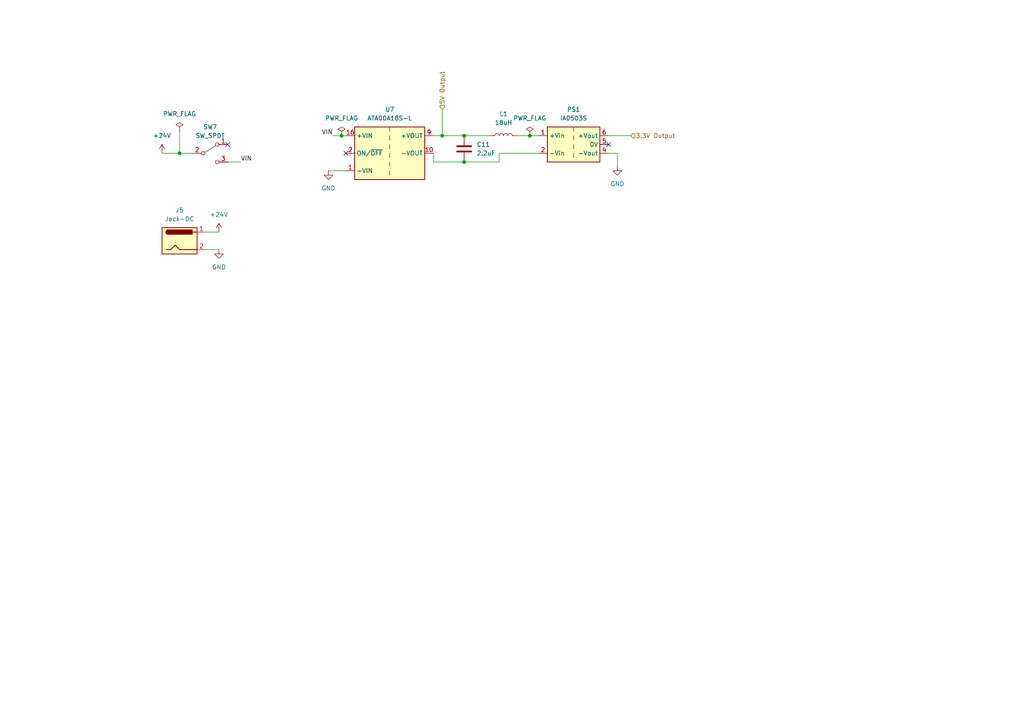
<source format=kicad_sch>
(kicad_sch (version 20211123) (generator eeschema)

  (uuid 5a8461ac-757d-4c57-923c-d8ce29e7ea2d)

  (paper "A4")

  (lib_symbols
    (symbol "+24V_1" (power) (pin_names (offset 0)) (in_bom yes) (on_board yes)
      (property "Reference" "#PWR" (id 0) (at 0 -3.81 0)
        (effects (font (size 1.27 1.27)) hide)
      )
      (property "Value" "+24V_1" (id 1) (at 0 3.556 0)
        (effects (font (size 1.27 1.27)))
      )
      (property "Footprint" "" (id 2) (at 0 0 0)
        (effects (font (size 1.27 1.27)) hide)
      )
      (property "Datasheet" "" (id 3) (at 0 0 0)
        (effects (font (size 1.27 1.27)) hide)
      )
      (property "ki_keywords" "global power" (id 4) (at 0 0 0)
        (effects (font (size 1.27 1.27)) hide)
      )
      (property "ki_description" "Power symbol creates a global label with name \"+24V\"" (id 5) (at 0 0 0)
        (effects (font (size 1.27 1.27)) hide)
      )
      (symbol "+24V_1_0_1"
        (polyline
          (pts
            (xy -0.762 1.27)
            (xy 0 2.54)
          )
          (stroke (width 0) (type default) (color 0 0 0 0))
          (fill (type none))
        )
        (polyline
          (pts
            (xy 0 0)
            (xy 0 2.54)
          )
          (stroke (width 0) (type default) (color 0 0 0 0))
          (fill (type none))
        )
        (polyline
          (pts
            (xy 0 2.54)
            (xy 0.762 1.27)
          )
          (stroke (width 0) (type default) (color 0 0 0 0))
          (fill (type none))
        )
      )
      (symbol "+24V_1_1_1"
        (pin power_in line (at 0 0 90) (length 0) hide
          (name "+24V" (effects (font (size 1.27 1.27))))
          (number "1" (effects (font (size 1.27 1.27))))
        )
      )
    )
    (symbol "Connector:Jack-DC" (pin_names (offset 1.016)) (in_bom yes) (on_board yes)
      (property "Reference" "J" (id 0) (at 0 5.334 0)
        (effects (font (size 1.27 1.27)))
      )
      (property "Value" "Jack-DC" (id 1) (at 0 -5.08 0)
        (effects (font (size 1.27 1.27)))
      )
      (property "Footprint" "" (id 2) (at 1.27 -1.016 0)
        (effects (font (size 1.27 1.27)) hide)
      )
      (property "Datasheet" "~" (id 3) (at 1.27 -1.016 0)
        (effects (font (size 1.27 1.27)) hide)
      )
      (property "ki_keywords" "DC power barrel jack connector" (id 4) (at 0 0 0)
        (effects (font (size 1.27 1.27)) hide)
      )
      (property "ki_description" "DC Barrel Jack" (id 5) (at 0 0 0)
        (effects (font (size 1.27 1.27)) hide)
      )
      (property "ki_fp_filters" "BarrelJack*" (id 6) (at 0 0 0)
        (effects (font (size 1.27 1.27)) hide)
      )
      (symbol "Jack-DC_0_1"
        (rectangle (start -5.08 3.81) (end 5.08 -3.81)
          (stroke (width 0.254) (type default) (color 0 0 0 0))
          (fill (type background))
        )
        (arc (start -3.302 3.175) (mid -3.937 2.54) (end -3.302 1.905)
          (stroke (width 0.254) (type default) (color 0 0 0 0))
          (fill (type none))
        )
        (arc (start -3.302 3.175) (mid -3.937 2.54) (end -3.302 1.905)
          (stroke (width 0.254) (type default) (color 0 0 0 0))
          (fill (type outline))
        )
        (polyline
          (pts
            (xy 5.08 2.54)
            (xy 3.81 2.54)
          )
          (stroke (width 0.254) (type default) (color 0 0 0 0))
          (fill (type none))
        )
        (polyline
          (pts
            (xy -3.81 -2.54)
            (xy -2.54 -2.54)
            (xy -1.27 -1.27)
            (xy 0 -2.54)
            (xy 2.54 -2.54)
            (xy 5.08 -2.54)
          )
          (stroke (width 0.254) (type default) (color 0 0 0 0))
          (fill (type none))
        )
        (rectangle (start 3.683 3.175) (end -3.302 1.905)
          (stroke (width 0.254) (type default) (color 0 0 0 0))
          (fill (type outline))
        )
      )
      (symbol "Jack-DC_1_1"
        (pin passive line (at 7.62 2.54 180) (length 2.54)
          (name "~" (effects (font (size 1.27 1.27))))
          (number "1" (effects (font (size 1.27 1.27))))
        )
        (pin passive line (at 7.62 -2.54 180) (length 2.54)
          (name "~" (effects (font (size 1.27 1.27))))
          (number "2" (effects (font (size 1.27 1.27))))
        )
      )
    )
    (symbol "Converter_DCDC:ATA00A18S-L" (in_bom yes) (on_board yes)
      (property "Reference" "U" (id 0) (at 0 11.43 0)
        (effects (font (size 1.27 1.27)))
      )
      (property "Value" "ATA00A18S-L" (id 1) (at 0 8.89 0)
        (effects (font (size 1.27 1.27)))
      )
      (property "Footprint" "Converter_DCDC:Converter_DCDC_Artesyn_ATA_SMD" (id 2) (at 0 -8.89 0)
        (effects (font (size 1.27 1.27) italic) hide)
      )
      (property "Datasheet" "https://www.artesyn.com/power/assets/ata_series_ds_01apr2015_79c25814fd.pdf" (id 3) (at 0 -11.43 0)
        (effects (font (size 1.27 1.27)) hide)
      )
      (property "ki_keywords" "DC/DC converter single" (id 4) (at 0 0 0)
        (effects (font (size 1.27 1.27)) hide)
      )
      (property "ki_description" "Artesyn 3W Isolated DC/DC Converter Module, 5V Output Voltage, 9-36V Input Voltage" (id 5) (at 0 0 0)
        (effects (font (size 1.27 1.27)) hide)
      )
      (property "ki_fp_filters" "*Artesyn*ATA*SMD*" (id 6) (at 0 0 0)
        (effects (font (size 1.27 1.27)) hide)
      )
      (symbol "ATA00A18S-L_0_1"
        (rectangle (start -10.16 7.62) (end 10.16 -7.62)
          (stroke (width 0.254) (type default) (color 0 0 0 0))
          (fill (type background))
        )
        (polyline
          (pts
            (xy 0 -5.08)
            (xy 0 -6.35)
          )
          (stroke (width 0) (type default) (color 0 0 0 0))
          (fill (type none))
        )
        (polyline
          (pts
            (xy 0 -2.54)
            (xy 0 -3.81)
          )
          (stroke (width 0) (type default) (color 0 0 0 0))
          (fill (type none))
        )
        (polyline
          (pts
            (xy 0 0)
            (xy 0 -1.27)
          )
          (stroke (width 0) (type default) (color 0 0 0 0))
          (fill (type none))
        )
        (polyline
          (pts
            (xy 0 2.54)
            (xy 0 1.27)
          )
          (stroke (width 0) (type default) (color 0 0 0 0))
          (fill (type none))
        )
        (polyline
          (pts
            (xy 0 5.08)
            (xy 0 3.81)
          )
          (stroke (width 0) (type default) (color 0 0 0 0))
          (fill (type none))
        )
        (polyline
          (pts
            (xy 0 7.62)
            (xy 0 6.35)
          )
          (stroke (width 0) (type default) (color 0 0 0 0))
          (fill (type none))
        )
      )
      (symbol "ATA00A18S-L_1_1"
        (pin power_in line (at -12.7 -5.08 0) (length 2.54)
          (name "-VIN" (effects (font (size 1.27 1.27))))
          (number "1" (effects (font (size 1.27 1.27))))
        )
        (pin power_out line (at 12.7 0 180) (length 2.54)
          (name "-VOUT" (effects (font (size 1.27 1.27))))
          (number "10" (effects (font (size 1.27 1.27))))
        )
        (pin power_in line (at -12.7 5.08 0) (length 2.54)
          (name "+VIN" (effects (font (size 1.27 1.27))))
          (number "16" (effects (font (size 1.27 1.27))))
        )
        (pin input line (at -12.7 0 0) (length 2.54)
          (name "ON/~{OFF}" (effects (font (size 1.27 1.27))))
          (number "2" (effects (font (size 1.27 1.27))))
        )
        (pin no_connect line (at 10.16 -2.54 180) (length 2.54) hide
          (name "NC" (effects (font (size 1.27 1.27))))
          (number "7" (effects (font (size 1.27 1.27))))
        )
        (pin no_connect line (at 10.16 -5.08 180) (length 2.54) hide
          (name "NC" (effects (font (size 1.27 1.27))))
          (number "8" (effects (font (size 1.27 1.27))))
        )
        (pin power_out line (at 12.7 5.08 180) (length 2.54)
          (name "+VOUT" (effects (font (size 1.27 1.27))))
          (number "9" (effects (font (size 1.27 1.27))))
        )
      )
    )
    (symbol "Converter_DCDC:IA0503S" (in_bom yes) (on_board yes)
      (property "Reference" "PS" (id 0) (at -7.62 6.35 0)
        (effects (font (size 1.27 1.27)) (justify left))
      )
      (property "Value" "IA0503S" (id 1) (at 1.27 6.35 0)
        (effects (font (size 1.27 1.27)) (justify left))
      )
      (property "Footprint" "Converter_DCDC:Converter_DCDC_XP_POWER-IAxxxxS_THT" (id 2) (at -26.67 -6.35 0)
        (effects (font (size 1.27 1.27)) (justify left) hide)
      )
      (property "Datasheet" "https://www.xppower.com/pdfs/SF_IA.pdf" (id 3) (at 26.67 -7.62 0)
        (effects (font (size 1.27 1.27)) (justify left) hide)
      )
      (property "ki_keywords" "XP_POWER DC/DC isolated Converter module" (id 4) (at 0 0 0)
        (effects (font (size 1.27 1.27)) hide)
      )
      (property "ki_description" "XP Power 1W, 1000 VDC Isolated DC/DC Converter Module, Dual Output Voltage ±3.3V, ±151mA, 5V Input Voltage, SIP" (id 5) (at 0 0 0)
        (effects (font (size 1.27 1.27)) hide)
      )
      (property "ki_fp_filters" "*XP?POWER?IAxxxxS*" (id 6) (at 0 0 0)
        (effects (font (size 1.27 1.27)) hide)
      )
      (symbol "IA0503S_0_0"
        (pin power_in line (at -10.16 2.54 0) (length 2.54)
          (name "+Vin" (effects (font (size 1.27 1.27))))
          (number "1" (effects (font (size 1.27 1.27))))
        )
        (pin power_in line (at -10.16 -2.54 0) (length 2.54)
          (name "-Vin" (effects (font (size 1.27 1.27))))
          (number "2" (effects (font (size 1.27 1.27))))
        )
        (pin power_out line (at 10.16 -2.54 180) (length 2.54)
          (name "-Vout" (effects (font (size 1.27 1.27))))
          (number "4" (effects (font (size 1.27 1.27))))
        )
        (pin power_out line (at 10.16 0 180) (length 2.54)
          (name "0V" (effects (font (size 1.27 1.27))))
          (number "5" (effects (font (size 1.27 1.27))))
        )
        (pin power_out line (at 10.16 2.54 180) (length 2.54)
          (name "+Vout" (effects (font (size 1.27 1.27))))
          (number "6" (effects (font (size 1.27 1.27))))
        )
      )
      (symbol "IA0503S_0_1"
        (rectangle (start -7.62 5.08) (end 7.62 -5.08)
          (stroke (width 0.254) (type default) (color 0 0 0 0))
          (fill (type background))
        )
        (polyline
          (pts
            (xy 0 -2.54)
            (xy 0 -3.81)
          )
          (stroke (width 0) (type default) (color 0 0 0 0))
          (fill (type none))
        )
        (polyline
          (pts
            (xy 0 0)
            (xy 0 -1.27)
          )
          (stroke (width 0) (type default) (color 0 0 0 0))
          (fill (type none))
        )
        (polyline
          (pts
            (xy 0 2.54)
            (xy 0 1.27)
          )
          (stroke (width 0) (type default) (color 0 0 0 0))
          (fill (type none))
        )
        (polyline
          (pts
            (xy 0 5.08)
            (xy 0 3.81)
          )
          (stroke (width 0) (type default) (color 0 0 0 0))
          (fill (type none))
        )
      )
    )
    (symbol "Device:C" (pin_numbers hide) (pin_names (offset 0.254)) (in_bom yes) (on_board yes)
      (property "Reference" "C" (id 0) (at 0.635 2.54 0)
        (effects (font (size 1.27 1.27)) (justify left))
      )
      (property "Value" "C" (id 1) (at 0.635 -2.54 0)
        (effects (font (size 1.27 1.27)) (justify left))
      )
      (property "Footprint" "" (id 2) (at 0.9652 -3.81 0)
        (effects (font (size 1.27 1.27)) hide)
      )
      (property "Datasheet" "~" (id 3) (at 0 0 0)
        (effects (font (size 1.27 1.27)) hide)
      )
      (property "ki_keywords" "cap capacitor" (id 4) (at 0 0 0)
        (effects (font (size 1.27 1.27)) hide)
      )
      (property "ki_description" "Unpolarized capacitor" (id 5) (at 0 0 0)
        (effects (font (size 1.27 1.27)) hide)
      )
      (property "ki_fp_filters" "C_*" (id 6) (at 0 0 0)
        (effects (font (size 1.27 1.27)) hide)
      )
      (symbol "C_0_1"
        (polyline
          (pts
            (xy -2.032 -0.762)
            (xy 2.032 -0.762)
          )
          (stroke (width 0.508) (type default) (color 0 0 0 0))
          (fill (type none))
        )
        (polyline
          (pts
            (xy -2.032 0.762)
            (xy 2.032 0.762)
          )
          (stroke (width 0.508) (type default) (color 0 0 0 0))
          (fill (type none))
        )
      )
      (symbol "C_1_1"
        (pin passive line (at 0 3.81 270) (length 2.794)
          (name "~" (effects (font (size 1.27 1.27))))
          (number "1" (effects (font (size 1.27 1.27))))
        )
        (pin passive line (at 0 -3.81 90) (length 2.794)
          (name "~" (effects (font (size 1.27 1.27))))
          (number "2" (effects (font (size 1.27 1.27))))
        )
      )
    )
    (symbol "Device:L" (pin_numbers hide) (pin_names (offset 1.016) hide) (in_bom yes) (on_board yes)
      (property "Reference" "L" (id 0) (at -1.27 0 90)
        (effects (font (size 1.27 1.27)))
      )
      (property "Value" "L" (id 1) (at 1.905 0 90)
        (effects (font (size 1.27 1.27)))
      )
      (property "Footprint" "" (id 2) (at 0 0 0)
        (effects (font (size 1.27 1.27)) hide)
      )
      (property "Datasheet" "~" (id 3) (at 0 0 0)
        (effects (font (size 1.27 1.27)) hide)
      )
      (property "ki_keywords" "inductor choke coil reactor magnetic" (id 4) (at 0 0 0)
        (effects (font (size 1.27 1.27)) hide)
      )
      (property "ki_description" "Inductor" (id 5) (at 0 0 0)
        (effects (font (size 1.27 1.27)) hide)
      )
      (property "ki_fp_filters" "Choke_* *Coil* Inductor_* L_*" (id 6) (at 0 0 0)
        (effects (font (size 1.27 1.27)) hide)
      )
      (symbol "L_0_1"
        (arc (start 0 -2.54) (mid 0.635 -1.905) (end 0 -1.27)
          (stroke (width 0) (type default) (color 0 0 0 0))
          (fill (type none))
        )
        (arc (start 0 -1.27) (mid 0.635 -0.635) (end 0 0)
          (stroke (width 0) (type default) (color 0 0 0 0))
          (fill (type none))
        )
        (arc (start 0 0) (mid 0.635 0.635) (end 0 1.27)
          (stroke (width 0) (type default) (color 0 0 0 0))
          (fill (type none))
        )
        (arc (start 0 1.27) (mid 0.635 1.905) (end 0 2.54)
          (stroke (width 0) (type default) (color 0 0 0 0))
          (fill (type none))
        )
      )
      (symbol "L_1_1"
        (pin passive line (at 0 3.81 270) (length 1.27)
          (name "1" (effects (font (size 1.27 1.27))))
          (number "1" (effects (font (size 1.27 1.27))))
        )
        (pin passive line (at 0 -3.81 90) (length 1.27)
          (name "2" (effects (font (size 1.27 1.27))))
          (number "2" (effects (font (size 1.27 1.27))))
        )
      )
    )
    (symbol "Switch:SW_SPDT" (pin_names (offset 0) hide) (in_bom yes) (on_board yes)
      (property "Reference" "SW" (id 0) (at 0 4.318 0)
        (effects (font (size 1.27 1.27)))
      )
      (property "Value" "SW_SPDT" (id 1) (at 0 -5.08 0)
        (effects (font (size 1.27 1.27)))
      )
      (property "Footprint" "" (id 2) (at 0 0 0)
        (effects (font (size 1.27 1.27)) hide)
      )
      (property "Datasheet" "~" (id 3) (at 0 0 0)
        (effects (font (size 1.27 1.27)) hide)
      )
      (property "ki_keywords" "switch single-pole double-throw spdt ON-ON" (id 4) (at 0 0 0)
        (effects (font (size 1.27 1.27)) hide)
      )
      (property "ki_description" "Switch, single pole double throw" (id 5) (at 0 0 0)
        (effects (font (size 1.27 1.27)) hide)
      )
      (symbol "SW_SPDT_0_0"
        (circle (center -2.032 0) (radius 0.508)
          (stroke (width 0) (type default) (color 0 0 0 0))
          (fill (type none))
        )
        (circle (center 2.032 -2.54) (radius 0.508)
          (stroke (width 0) (type default) (color 0 0 0 0))
          (fill (type none))
        )
      )
      (symbol "SW_SPDT_0_1"
        (polyline
          (pts
            (xy -1.524 0.254)
            (xy 1.651 2.286)
          )
          (stroke (width 0) (type default) (color 0 0 0 0))
          (fill (type none))
        )
        (circle (center 2.032 2.54) (radius 0.508)
          (stroke (width 0) (type default) (color 0 0 0 0))
          (fill (type none))
        )
      )
      (symbol "SW_SPDT_1_1"
        (pin passive line (at 5.08 2.54 180) (length 2.54)
          (name "A" (effects (font (size 1.27 1.27))))
          (number "1" (effects (font (size 1.27 1.27))))
        )
        (pin passive line (at -5.08 0 0) (length 2.54)
          (name "B" (effects (font (size 1.27 1.27))))
          (number "2" (effects (font (size 1.27 1.27))))
        )
        (pin passive line (at 5.08 -2.54 180) (length 2.54)
          (name "C" (effects (font (size 1.27 1.27))))
          (number "3" (effects (font (size 1.27 1.27))))
        )
      )
    )
    (symbol "power:+24V" (power) (pin_names (offset 0)) (in_bom yes) (on_board yes)
      (property "Reference" "#PWR" (id 0) (at 0 -3.81 0)
        (effects (font (size 1.27 1.27)) hide)
      )
      (property "Value" "+24V" (id 1) (at 0 3.556 0)
        (effects (font (size 1.27 1.27)))
      )
      (property "Footprint" "" (id 2) (at 0 0 0)
        (effects (font (size 1.27 1.27)) hide)
      )
      (property "Datasheet" "" (id 3) (at 0 0 0)
        (effects (font (size 1.27 1.27)) hide)
      )
      (property "ki_keywords" "power-flag" (id 4) (at 0 0 0)
        (effects (font (size 1.27 1.27)) hide)
      )
      (property "ki_description" "Power symbol creates a global label with name \"+24V\"" (id 5) (at 0 0 0)
        (effects (font (size 1.27 1.27)) hide)
      )
      (symbol "+24V_0_1"
        (polyline
          (pts
            (xy -0.762 1.27)
            (xy 0 2.54)
          )
          (stroke (width 0) (type default) (color 0 0 0 0))
          (fill (type none))
        )
        (polyline
          (pts
            (xy 0 0)
            (xy 0 2.54)
          )
          (stroke (width 0) (type default) (color 0 0 0 0))
          (fill (type none))
        )
        (polyline
          (pts
            (xy 0 2.54)
            (xy 0.762 1.27)
          )
          (stroke (width 0) (type default) (color 0 0 0 0))
          (fill (type none))
        )
      )
      (symbol "+24V_1_1"
        (pin power_in line (at 0 0 90) (length 0) hide
          (name "+24V" (effects (font (size 1.27 1.27))))
          (number "1" (effects (font (size 1.27 1.27))))
        )
      )
    )
    (symbol "power:GND" (power) (pin_names (offset 0)) (in_bom yes) (on_board yes)
      (property "Reference" "#PWR" (id 0) (at 0 -6.35 0)
        (effects (font (size 1.27 1.27)) hide)
      )
      (property "Value" "GND" (id 1) (at 0 -3.81 0)
        (effects (font (size 1.27 1.27)))
      )
      (property "Footprint" "" (id 2) (at 0 0 0)
        (effects (font (size 1.27 1.27)) hide)
      )
      (property "Datasheet" "" (id 3) (at 0 0 0)
        (effects (font (size 1.27 1.27)) hide)
      )
      (property "ki_keywords" "power-flag" (id 4) (at 0 0 0)
        (effects (font (size 1.27 1.27)) hide)
      )
      (property "ki_description" "Power symbol creates a global label with name \"GND\" , ground" (id 5) (at 0 0 0)
        (effects (font (size 1.27 1.27)) hide)
      )
      (symbol "GND_0_1"
        (polyline
          (pts
            (xy 0 0)
            (xy 0 -1.27)
            (xy 1.27 -1.27)
            (xy 0 -2.54)
            (xy -1.27 -1.27)
            (xy 0 -1.27)
          )
          (stroke (width 0) (type default) (color 0 0 0 0))
          (fill (type none))
        )
      )
      (symbol "GND_1_1"
        (pin power_in line (at 0 0 270) (length 0) hide
          (name "GND" (effects (font (size 1.27 1.27))))
          (number "1" (effects (font (size 1.27 1.27))))
        )
      )
    )
    (symbol "power:PWR_FLAG" (power) (pin_numbers hide) (pin_names (offset 0) hide) (in_bom yes) (on_board yes)
      (property "Reference" "#FLG" (id 0) (at 0 1.905 0)
        (effects (font (size 1.27 1.27)) hide)
      )
      (property "Value" "PWR_FLAG" (id 1) (at 0 3.81 0)
        (effects (font (size 1.27 1.27)))
      )
      (property "Footprint" "" (id 2) (at 0 0 0)
        (effects (font (size 1.27 1.27)) hide)
      )
      (property "Datasheet" "~" (id 3) (at 0 0 0)
        (effects (font (size 1.27 1.27)) hide)
      )
      (property "ki_keywords" "flag power" (id 4) (at 0 0 0)
        (effects (font (size 1.27 1.27)) hide)
      )
      (property "ki_description" "Special symbol for telling ERC where power comes from" (id 5) (at 0 0 0)
        (effects (font (size 1.27 1.27)) hide)
      )
      (symbol "PWR_FLAG_0_0"
        (pin power_out line (at 0 0 90) (length 0)
          (name "pwr" (effects (font (size 1.27 1.27))))
          (number "1" (effects (font (size 1.27 1.27))))
        )
      )
      (symbol "PWR_FLAG_0_1"
        (polyline
          (pts
            (xy 0 0)
            (xy 0 1.27)
            (xy -1.016 1.905)
            (xy 0 2.54)
            (xy 1.016 1.905)
            (xy 0 1.27)
          )
          (stroke (width 0) (type default) (color 0 0 0 0))
          (fill (type none))
        )
      )
    )
  )


  (junction (at 128.27 39.37) (diameter 0) (color 0 0 0 0)
    (uuid 176eac3c-63bb-4f0d-9680-6ea8904a1464)
  )
  (junction (at 153.67 39.37) (diameter 0) (color 0 0 0 0)
    (uuid 5379654d-a51d-4851-b525-a9c30675e482)
  )
  (junction (at 99.06 39.37) (diameter 0) (color 0 0 0 0)
    (uuid 5bf9cdef-4802-4860-bedc-a09e9ca13f69)
  )
  (junction (at 134.62 39.37) (diameter 0) (color 0 0 0 0)
    (uuid 712626ec-4ec7-43c6-b4e7-63e0cb823979)
  )
  (junction (at 134.62 46.99) (diameter 0) (color 0 0 0 0)
    (uuid cafab64e-393e-4297-a299-5495d2825860)
  )
  (junction (at 52.07 44.45) (diameter 0) (color 0 0 0 0)
    (uuid ff39523a-d6fe-460c-89b8-0c56680ab348)
  )

  (no_connect (at 66.04 41.91) (uuid 3e06ae08-7664-4f8b-996c-101aac8b0b63))
  (no_connect (at 100.33 44.45) (uuid bb319a3e-761a-450c-8050-fbfd34b0ac42))
  (no_connect (at 176.53 41.91) (uuid dc4e130a-21b1-48c2-8e3d-f7549bb34877))

  (wire (pts (xy 125.73 46.99) (xy 125.73 44.45))
    (stroke (width 0) (type default) (color 0 0 0 0))
    (uuid 0f366fa2-d0b2-42da-9cf0-5ae7e7d725f0)
  )
  (wire (pts (xy 128.27 31.75) (xy 128.27 39.37))
    (stroke (width 0) (type default) (color 0 0 0 0))
    (uuid 172f3583-cb17-4163-a967-c41d3827ed2e)
  )
  (wire (pts (xy 46.99 44.45) (xy 52.07 44.45))
    (stroke (width 0) (type default) (color 0 0 0 0))
    (uuid 1a5a8daf-03fd-496c-8f48-388e7f928318)
  )
  (wire (pts (xy 134.62 39.37) (xy 142.24 39.37))
    (stroke (width 0) (type default) (color 0 0 0 0))
    (uuid 1ce28cde-d2ea-41a7-a59b-a9a2ac147d9d)
  )
  (wire (pts (xy 144.78 44.45) (xy 144.78 46.99))
    (stroke (width 0) (type default) (color 0 0 0 0))
    (uuid 1d924cbe-8558-4c47-aa73-886882f0c851)
  )
  (wire (pts (xy 176.53 44.45) (xy 179.07 44.45))
    (stroke (width 0) (type default) (color 0 0 0 0))
    (uuid 244718a8-9e80-43f0-9bff-40faba770bf2)
  )
  (wire (pts (xy 125.73 39.37) (xy 128.27 39.37))
    (stroke (width 0) (type default) (color 0 0 0 0))
    (uuid 2b2941ad-b607-4318-ba35-89e595e957dd)
  )
  (wire (pts (xy 134.62 46.99) (xy 125.73 46.99))
    (stroke (width 0) (type default) (color 0 0 0 0))
    (uuid 2e87f999-9e25-47cf-93e5-3ad8e44bdf06)
  )
  (wire (pts (xy 153.67 39.37) (xy 156.21 39.37))
    (stroke (width 0) (type default) (color 0 0 0 0))
    (uuid 3a947126-659b-40f8-83e4-e55ac085056e)
  )
  (wire (pts (xy 96.52 39.37) (xy 99.06 39.37))
    (stroke (width 0) (type default) (color 0 0 0 0))
    (uuid 492b1d98-171c-43ca-8a1f-d2c2fd487099)
  )
  (wire (pts (xy 52.07 44.45) (xy 55.88 44.45))
    (stroke (width 0) (type default) (color 0 0 0 0))
    (uuid 5ca9f64c-1ed1-404b-9fc5-2a658771aadf)
  )
  (wire (pts (xy 179.07 44.45) (xy 179.07 48.26))
    (stroke (width 0) (type default) (color 0 0 0 0))
    (uuid 6071132c-07fb-4d91-ac24-dd88fc64533a)
  )
  (wire (pts (xy 66.04 46.99) (xy 69.85 46.99))
    (stroke (width 0) (type default) (color 0 0 0 0))
    (uuid 67b4db4c-fe5f-46d5-adbd-b3d088e712bc)
  )
  (wire (pts (xy 144.78 46.99) (xy 134.62 46.99))
    (stroke (width 0) (type default) (color 0 0 0 0))
    (uuid 989bdc10-0d8b-4f41-8fe3-b431dce60284)
  )
  (wire (pts (xy 149.86 39.37) (xy 153.67 39.37))
    (stroke (width 0) (type default) (color 0 0 0 0))
    (uuid a9b07f39-6325-4ed6-b90c-4a52bf3f1c93)
  )
  (wire (pts (xy 156.21 44.45) (xy 144.78 44.45))
    (stroke (width 0) (type default) (color 0 0 0 0))
    (uuid b4e1aa5d-bccc-4010-81db-c538a7244e44)
  )
  (wire (pts (xy 59.69 67.31) (xy 63.5 67.31))
    (stroke (width 0) (type default) (color 0 0 0 0))
    (uuid bd18963c-b4c9-4caa-a07a-e9000c9d2148)
  )
  (wire (pts (xy 59.69 72.39) (xy 63.5 72.39))
    (stroke (width 0) (type default) (color 0 0 0 0))
    (uuid bd2567bb-819f-4891-89ec-6d41a8c08809)
  )
  (wire (pts (xy 176.53 39.37) (xy 182.88 39.37))
    (stroke (width 0) (type default) (color 0 0 0 0))
    (uuid c120e901-24f0-4f43-96a0-befd2f20033f)
  )
  (wire (pts (xy 52.07 38.1) (xy 52.07 44.45))
    (stroke (width 0) (type default) (color 0 0 0 0))
    (uuid c550dcc1-9482-4b58-955c-fe755d1c8449)
  )
  (wire (pts (xy 99.06 39.37) (xy 100.33 39.37))
    (stroke (width 0) (type default) (color 0 0 0 0))
    (uuid c8262388-891e-40e9-be89-4982b345c8b2)
  )
  (wire (pts (xy 95.25 49.53) (xy 100.33 49.53))
    (stroke (width 0) (type default) (color 0 0 0 0))
    (uuid d15472fd-d53a-4a08-abfc-5f095e68d84f)
  )
  (wire (pts (xy 128.27 39.37) (xy 134.62 39.37))
    (stroke (width 0) (type default) (color 0 0 0 0))
    (uuid deea339a-25a7-438c-99fe-daedc72c5bd4)
  )

  (label "VIN" (at 96.52 39.37 180)
    (effects (font (size 1.27 1.27)) (justify right bottom))
    (uuid 4750df88-4445-4d41-9aca-82b53121b9c2)
  )
  (label "VIN" (at 69.85 46.99 0)
    (effects (font (size 1.27 1.27)) (justify left bottom))
    (uuid 6e59c677-bc0c-45fa-be73-209da4399efa)
  )

  (hierarchical_label "3.3V Output" (shape input) (at 182.88 39.37 0)
    (effects (font (size 1.27 1.27)) (justify left))
    (uuid 1682f4fc-d370-4a9b-b01e-1f05af66b480)
  )
  (hierarchical_label "5V Output" (shape input) (at 128.27 31.75 90)
    (effects (font (size 1.27 1.27)) (justify left))
    (uuid 592e4ef8-57a1-4adc-a0a7-5165e6a340d9)
  )

  (symbol (lib_id "power:PWR_FLAG") (at 153.67 39.37 0) (unit 1)
    (in_bom yes) (on_board yes) (fields_autoplaced)
    (uuid 264379c7-e77a-418f-9558-1343cd4adadd)
    (property "Reference" "#FLG0101" (id 0) (at 153.67 37.465 0)
      (effects (font (size 1.27 1.27)) hide)
    )
    (property "Value" "PWR_FLAG" (id 1) (at 153.67 34.29 0))
    (property "Footprint" "" (id 2) (at 153.67 39.37 0)
      (effects (font (size 1.27 1.27)) hide)
    )
    (property "Datasheet" "~" (id 3) (at 153.67 39.37 0)
      (effects (font (size 1.27 1.27)) hide)
    )
    (pin "1" (uuid b8de38df-9747-494c-9156-87e981f275ae))
  )

  (symbol (lib_id "Device:C") (at 134.62 43.18 0) (unit 1)
    (in_bom yes) (on_board yes) (fields_autoplaced)
    (uuid 345ec991-729d-4860-a9f8-10bfd759dc9e)
    (property "Reference" "C11" (id 0) (at 138.235 41.9099 0)
      (effects (font (size 1.27 1.27)) (justify left))
    )
    (property "Value" "2.2uF" (id 1) (at 138.235 44.4499 0)
      (effects (font (size 1.27 1.27)) (justify left))
    )
    (property "Footprint" "Capacitor_SMD:C_0603_1608Metric" (id 2) (at 135.5852 46.99 0)
      (effects (font (size 1.27 1.27)) hide)
    )
    (property "Datasheet" "~" (id 3) (at 134.62 43.18 0)
      (effects (font (size 1.27 1.27)) hide)
    )
    (pin "1" (uuid 96b70e00-7590-4e09-a7b2-21ba3e245034))
    (pin "2" (uuid 7f95a58e-fd89-4e82-9ac9-e41995dc50cd))
  )

  (symbol (lib_id "Converter_DCDC:ATA00A18S-L") (at 113.03 44.45 0) (unit 1)
    (in_bom yes) (on_board yes) (fields_autoplaced)
    (uuid 374b6c2a-f9b0-48f7-a907-410dc1a2bbd8)
    (property "Reference" "U7" (id 0) (at 113.03 31.75 0))
    (property "Value" "ATA00A18S-L" (id 1) (at 113.03 34.29 0))
    (property "Footprint" "Converter_DCDC:Converter_DCDC_Artesyn_ATA_SMD" (id 2) (at 113.03 53.34 0)
      (effects (font (size 1.27 1.27) italic) hide)
    )
    (property "Datasheet" "https://www.artesyn.com/power/assets/ata_series_ds_01apr2015_79c25814fd.pdf" (id 3) (at 113.03 55.88 0)
      (effects (font (size 1.27 1.27)) hide)
    )
    (pin "1" (uuid 08d4db45-87cc-4dc4-a8d6-9b4b93c84249))
    (pin "10" (uuid 5ef4feb5-1004-4a8e-94fc-fabb78a5f595))
    (pin "16" (uuid b7f9bbf4-8738-4ba5-851f-22711ffe79aa))
    (pin "2" (uuid 91e9964d-33a3-492b-b80f-00304c63fb30))
    (pin "7" (uuid d8402c89-8a9e-4d06-8099-5d5cbda2c58f))
    (pin "8" (uuid 2ec47d83-a695-4bbf-b353-7176982d2996))
    (pin "9" (uuid 50635ef9-201d-485f-accb-963ae162173e))
  )

  (symbol (lib_id "power:+24V") (at 63.5 67.31 0) (unit 1)
    (in_bom yes) (on_board yes) (fields_autoplaced)
    (uuid 4270d559-26fe-45d8-8815-905c2a97f612)
    (property "Reference" "#PWR0101" (id 0) (at 63.5 71.12 0)
      (effects (font (size 1.27 1.27)) hide)
    )
    (property "Value" "+24V" (id 1) (at 63.5 62.23 0))
    (property "Footprint" "" (id 2) (at 63.5 67.31 0)
      (effects (font (size 1.27 1.27)) hide)
    )
    (property "Datasheet" "" (id 3) (at 63.5 67.31 0)
      (effects (font (size 1.27 1.27)) hide)
    )
    (pin "1" (uuid 50c97f16-a92c-4cc4-a8d5-0a6f084f46f0))
  )

  (symbol (lib_id "power:PWR_FLAG") (at 99.06 39.37 0) (unit 1)
    (in_bom yes) (on_board yes) (fields_autoplaced)
    (uuid 51751217-3b40-4c34-bd37-3bf9d0918300)
    (property "Reference" "#FLG0102" (id 0) (at 99.06 37.465 0)
      (effects (font (size 1.27 1.27)) hide)
    )
    (property "Value" "PWR_FLAG" (id 1) (at 99.06 34.29 0))
    (property "Footprint" "" (id 2) (at 99.06 39.37 0)
      (effects (font (size 1.27 1.27)) hide)
    )
    (property "Datasheet" "~" (id 3) (at 99.06 39.37 0)
      (effects (font (size 1.27 1.27)) hide)
    )
    (pin "1" (uuid 35925dd4-11fa-4731-a24a-ea5588cbe45d))
  )

  (symbol (lib_id "power:GND") (at 63.5 72.39 0) (unit 1)
    (in_bom yes) (on_board yes) (fields_autoplaced)
    (uuid 51b5fb70-5056-4722-87ae-8f1bb44e780a)
    (property "Reference" "#PWR0102" (id 0) (at 63.5 78.74 0)
      (effects (font (size 1.27 1.27)) hide)
    )
    (property "Value" "GND" (id 1) (at 63.5 77.47 0))
    (property "Footprint" "" (id 2) (at 63.5 72.39 0)
      (effects (font (size 1.27 1.27)) hide)
    )
    (property "Datasheet" "" (id 3) (at 63.5 72.39 0)
      (effects (font (size 1.27 1.27)) hide)
    )
    (pin "1" (uuid 9287a2c3-b2df-4873-a07b-1f804321a433))
  )

  (symbol (lib_id "Connector:Jack-DC") (at 52.07 69.85 0) (unit 1)
    (in_bom yes) (on_board yes) (fields_autoplaced)
    (uuid 97452b66-768a-40bd-8911-156d754adb3a)
    (property "Reference" "J5" (id 0) (at 52.07 60.96 0))
    (property "Value" "Jack-DC" (id 1) (at 52.07 63.5 0))
    (property "Footprint" "Connector_BarrelJack:BarrelJack_CUI_PJ-063AH_Horizontal_CircularHoles" (id 2) (at 53.34 70.866 0)
      (effects (font (size 1.27 1.27)) hide)
    )
    (property "Datasheet" "~" (id 3) (at 53.34 70.866 0)
      (effects (font (size 1.27 1.27)) hide)
    )
    (pin "1" (uuid d6b92052-37b5-4e90-bd3b-081a45c067df))
    (pin "2" (uuid 3d589f7c-530d-4ae5-ab70-fab7fb9184b2))
  )

  (symbol (lib_id "power:PWR_FLAG") (at 52.07 38.1 0) (unit 1)
    (in_bom yes) (on_board yes) (fields_autoplaced)
    (uuid b3cc1461-b3dc-41a6-85dc-bad477fb63e8)
    (property "Reference" "#FLG0104" (id 0) (at 52.07 36.195 0)
      (effects (font (size 1.27 1.27)) hide)
    )
    (property "Value" "PWR_FLAG" (id 1) (at 52.07 33.02 0))
    (property "Footprint" "" (id 2) (at 52.07 38.1 0)
      (effects (font (size 1.27 1.27)) hide)
    )
    (property "Datasheet" "~" (id 3) (at 52.07 38.1 0)
      (effects (font (size 1.27 1.27)) hide)
    )
    (pin "1" (uuid d7fff932-b3af-44ea-adb5-51faa1b3613a))
  )

  (symbol (lib_id "Device:L") (at 146.05 39.37 90) (unit 1)
    (in_bom yes) (on_board yes) (fields_autoplaced)
    (uuid bed6f2c3-5d95-4fe7-8cd0-1df4efae4130)
    (property "Reference" "L1" (id 0) (at 146.05 33.02 90))
    (property "Value" "18uH" (id 1) (at 146.05 35.56 90))
    (property "Footprint" "Inductor_SMD:L_0603_1608Metric" (id 2) (at 146.05 39.37 0)
      (effects (font (size 1.27 1.27)) hide)
    )
    (property "Datasheet" "~" (id 3) (at 146.05 39.37 0)
      (effects (font (size 1.27 1.27)) hide)
    )
    (pin "1" (uuid 9b95f92a-f411-4ea5-9da0-0395d976a9d3))
    (pin "2" (uuid 9b58fb12-9381-4b4d-84b4-05ba844a451a))
  )

  (symbol (lib_id "Switch:SW_SPDT") (at 60.96 44.45 0) (unit 1)
    (in_bom yes) (on_board yes) (fields_autoplaced)
    (uuid c04d1fba-3354-431e-b73d-22f44ba8a496)
    (property "Reference" "SW7" (id 0) (at 60.96 36.83 0))
    (property "Value" "SW_SPDT" (id 1) (at 60.96 39.37 0))
    (property "Footprint" "Button_Switch_THT:SW_Slide_1P2T_CK_OS102011MS2Q" (id 2) (at 60.96 44.45 0)
      (effects (font (size 1.27 1.27)) hide)
    )
    (property "Datasheet" "~" (id 3) (at 60.96 44.45 0)
      (effects (font (size 1.27 1.27)) hide)
    )
    (pin "1" (uuid 2f2f9d66-b28d-49c0-87f3-179901aaf8c1))
    (pin "2" (uuid 76461642-a29b-449c-a612-a6b76e838a81))
    (pin "3" (uuid d3bd656d-3326-48a4-9932-27c3f671e9a0))
  )

  (symbol (lib_id "power:GND") (at 95.25 49.53 0) (unit 1)
    (in_bom yes) (on_board yes) (fields_autoplaced)
    (uuid cf23fc8c-54c6-44e3-b63b-b083abf61b00)
    (property "Reference" "#PWR034" (id 0) (at 95.25 55.88 0)
      (effects (font (size 1.27 1.27)) hide)
    )
    (property "Value" "GND" (id 1) (at 95.25 54.61 0))
    (property "Footprint" "" (id 2) (at 95.25 49.53 0)
      (effects (font (size 1.27 1.27)) hide)
    )
    (property "Datasheet" "" (id 3) (at 95.25 49.53 0)
      (effects (font (size 1.27 1.27)) hide)
    )
    (pin "1" (uuid 935f07df-f012-4231-bfc8-f75d5a1b1614))
  )

  (symbol (lib_id "power:GND") (at 179.07 48.26 0) (unit 1)
    (in_bom yes) (on_board yes) (fields_autoplaced)
    (uuid d1fa5e2d-5856-476b-9d31-00c87d98f770)
    (property "Reference" "#PWR036" (id 0) (at 179.07 54.61 0)
      (effects (font (size 1.27 1.27)) hide)
    )
    (property "Value" "GND" (id 1) (at 179.07 53.34 0))
    (property "Footprint" "" (id 2) (at 179.07 48.26 0)
      (effects (font (size 1.27 1.27)) hide)
    )
    (property "Datasheet" "" (id 3) (at 179.07 48.26 0)
      (effects (font (size 1.27 1.27)) hide)
    )
    (pin "1" (uuid d77c1dff-0d77-4d2d-8693-3f1fe0884101))
  )

  (symbol (lib_id "Converter_DCDC:IA0503S") (at 166.37 41.91 0) (unit 1)
    (in_bom yes) (on_board yes) (fields_autoplaced)
    (uuid e3b9aae1-e8ac-486f-8c3f-c0e4dcbc5f67)
    (property "Reference" "PS1" (id 0) (at 166.37 31.75 0))
    (property "Value" "IA0503S" (id 1) (at 166.37 34.29 0))
    (property "Footprint" "Converter_DCDC:Converter_DCDC_XP_POWER-IAxxxxS_THT" (id 2) (at 139.7 48.26 0)
      (effects (font (size 1.27 1.27)) (justify left) hide)
    )
    (property "Datasheet" "https://www.xppower.com/pdfs/SF_IA.pdf" (id 3) (at 193.04 49.53 0)
      (effects (font (size 1.27 1.27)) (justify left) hide)
    )
    (pin "1" (uuid 62524101-65f2-4b3f-9f0a-eeb9db08efe2))
    (pin "2" (uuid 4cf98a6f-30ea-4f1d-8c02-f2b74cef934a))
    (pin "4" (uuid 50d9613c-56f2-4b21-a4b2-9ff704c49045))
    (pin "5" (uuid ac00e071-daff-4639-96e8-6691a70b9b93))
    (pin "6" (uuid f059ed89-8466-43e9-9d18-164f35415174))
  )

  (symbol (lib_name "+24V_1") (lib_id "power:+24V") (at 46.99 44.45 0) (unit 1)
    (in_bom yes) (on_board yes) (fields_autoplaced)
    (uuid e7260168-bd39-41bd-b061-621f98e1ff98)
    (property "Reference" "#PWR0104" (id 0) (at 46.99 48.26 0)
      (effects (font (size 1.27 1.27)) hide)
    )
    (property "Value" "+24V" (id 1) (at 46.99 39.37 0))
    (property "Footprint" "" (id 2) (at 46.99 44.45 0)
      (effects (font (size 1.27 1.27)) hide)
    )
    (property "Datasheet" "" (id 3) (at 46.99 44.45 0)
      (effects (font (size 1.27 1.27)) hide)
    )
    (pin "1" (uuid 236ef4fb-13e5-4aba-835f-9f523b85581b))
  )
)

</source>
